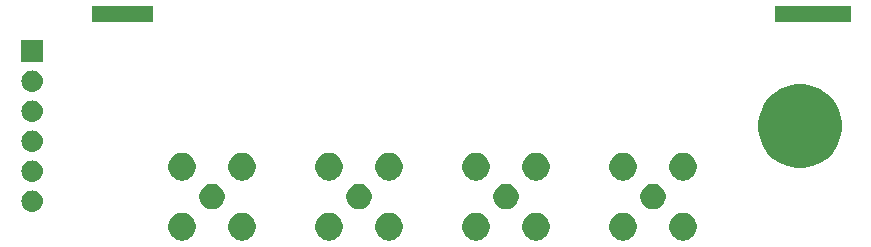
<source format=gbr>
G04 #@! TF.GenerationSoftware,KiCad,Pcbnew,5.1.4-e60b266~84~ubuntu18.04.1*
G04 #@! TF.CreationDate,2019-08-27T23:59:40+10:00*
G04 #@! TF.ProjectId,CMOS-50R,434d4f53-2d35-4305-922e-6b696361645f,rev?*
G04 #@! TF.SameCoordinates,Original*
G04 #@! TF.FileFunction,Soldermask,Bot*
G04 #@! TF.FilePolarity,Negative*
%FSLAX46Y46*%
G04 Gerber Fmt 4.6, Leading zero omitted, Abs format (unit mm)*
G04 Created by KiCad (PCBNEW 5.1.4-e60b266~84~ubuntu18.04.1) date 2019-08-27 23:59:40*
%MOMM*%
%LPD*%
G04 APERTURE LIST*
%ADD10C,0.100000*%
G04 APERTURE END LIST*
D10*
G36*
X147955000Y-57150000D02*
G01*
X141605000Y-57150000D01*
X141605000Y-55880000D01*
X147955000Y-55880000D01*
X147955000Y-57150000D01*
G37*
X147955000Y-57150000D02*
X141605000Y-57150000D01*
X141605000Y-55880000D01*
X147955000Y-55880000D01*
X147955000Y-57150000D01*
G36*
X88900000Y-57150000D02*
G01*
X83820000Y-57150000D01*
X83820000Y-55880000D01*
X88900000Y-55880000D01*
X88900000Y-57150000D01*
G37*
X88900000Y-57150000D02*
X83820000Y-57150000D01*
X83820000Y-55880000D01*
X88900000Y-55880000D01*
X88900000Y-57150000D01*
G36*
X134049560Y-73388064D02*
G01*
X134201027Y-73418193D01*
X134415045Y-73506842D01*
X134415046Y-73506843D01*
X134607654Y-73635539D01*
X134771461Y-73799346D01*
X134857258Y-73927751D01*
X134900158Y-73991955D01*
X134988807Y-74205973D01*
X135034000Y-74433174D01*
X135034000Y-74664826D01*
X134988807Y-74892027D01*
X134900158Y-75106045D01*
X134900157Y-75106046D01*
X134771461Y-75298654D01*
X134607654Y-75462461D01*
X134479249Y-75548258D01*
X134415045Y-75591158D01*
X134201027Y-75679807D01*
X134049560Y-75709936D01*
X133973827Y-75725000D01*
X133742173Y-75725000D01*
X133666440Y-75709936D01*
X133514973Y-75679807D01*
X133300955Y-75591158D01*
X133236751Y-75548258D01*
X133108346Y-75462461D01*
X132944539Y-75298654D01*
X132815843Y-75106046D01*
X132815842Y-75106045D01*
X132727193Y-74892027D01*
X132682000Y-74664826D01*
X132682000Y-74433174D01*
X132727193Y-74205973D01*
X132815842Y-73991955D01*
X132858742Y-73927751D01*
X132944539Y-73799346D01*
X133108346Y-73635539D01*
X133300954Y-73506843D01*
X133300955Y-73506842D01*
X133514973Y-73418193D01*
X133666440Y-73388064D01*
X133742173Y-73373000D01*
X133973827Y-73373000D01*
X134049560Y-73388064D01*
X134049560Y-73388064D01*
G37*
G36*
X121603560Y-73388064D02*
G01*
X121755027Y-73418193D01*
X121969045Y-73506842D01*
X121969046Y-73506843D01*
X122161654Y-73635539D01*
X122325461Y-73799346D01*
X122411258Y-73927751D01*
X122454158Y-73991955D01*
X122542807Y-74205973D01*
X122588000Y-74433174D01*
X122588000Y-74664826D01*
X122542807Y-74892027D01*
X122454158Y-75106045D01*
X122454157Y-75106046D01*
X122325461Y-75298654D01*
X122161654Y-75462461D01*
X122033249Y-75548258D01*
X121969045Y-75591158D01*
X121755027Y-75679807D01*
X121603560Y-75709936D01*
X121527827Y-75725000D01*
X121296173Y-75725000D01*
X121220440Y-75709936D01*
X121068973Y-75679807D01*
X120854955Y-75591158D01*
X120790751Y-75548258D01*
X120662346Y-75462461D01*
X120498539Y-75298654D01*
X120369843Y-75106046D01*
X120369842Y-75106045D01*
X120281193Y-74892027D01*
X120236000Y-74664826D01*
X120236000Y-74433174D01*
X120281193Y-74205973D01*
X120369842Y-73991955D01*
X120412742Y-73927751D01*
X120498539Y-73799346D01*
X120662346Y-73635539D01*
X120854954Y-73506843D01*
X120854955Y-73506842D01*
X121068973Y-73418193D01*
X121220440Y-73388064D01*
X121296173Y-73373000D01*
X121527827Y-73373000D01*
X121603560Y-73388064D01*
X121603560Y-73388064D01*
G37*
G36*
X116523560Y-73388064D02*
G01*
X116675027Y-73418193D01*
X116889045Y-73506842D01*
X116889046Y-73506843D01*
X117081654Y-73635539D01*
X117245461Y-73799346D01*
X117331258Y-73927751D01*
X117374158Y-73991955D01*
X117462807Y-74205973D01*
X117508000Y-74433174D01*
X117508000Y-74664826D01*
X117462807Y-74892027D01*
X117374158Y-75106045D01*
X117374157Y-75106046D01*
X117245461Y-75298654D01*
X117081654Y-75462461D01*
X116953249Y-75548258D01*
X116889045Y-75591158D01*
X116675027Y-75679807D01*
X116523560Y-75709936D01*
X116447827Y-75725000D01*
X116216173Y-75725000D01*
X116140440Y-75709936D01*
X115988973Y-75679807D01*
X115774955Y-75591158D01*
X115710751Y-75548258D01*
X115582346Y-75462461D01*
X115418539Y-75298654D01*
X115289843Y-75106046D01*
X115289842Y-75106045D01*
X115201193Y-74892027D01*
X115156000Y-74664826D01*
X115156000Y-74433174D01*
X115201193Y-74205973D01*
X115289842Y-73991955D01*
X115332742Y-73927751D01*
X115418539Y-73799346D01*
X115582346Y-73635539D01*
X115774954Y-73506843D01*
X115774955Y-73506842D01*
X115988973Y-73418193D01*
X116140440Y-73388064D01*
X116216173Y-73373000D01*
X116447827Y-73373000D01*
X116523560Y-73388064D01*
X116523560Y-73388064D01*
G37*
G36*
X109157560Y-73388064D02*
G01*
X109309027Y-73418193D01*
X109523045Y-73506842D01*
X109523046Y-73506843D01*
X109715654Y-73635539D01*
X109879461Y-73799346D01*
X109965258Y-73927751D01*
X110008158Y-73991955D01*
X110096807Y-74205973D01*
X110142000Y-74433174D01*
X110142000Y-74664826D01*
X110096807Y-74892027D01*
X110008158Y-75106045D01*
X110008157Y-75106046D01*
X109879461Y-75298654D01*
X109715654Y-75462461D01*
X109587249Y-75548258D01*
X109523045Y-75591158D01*
X109309027Y-75679807D01*
X109157560Y-75709936D01*
X109081827Y-75725000D01*
X108850173Y-75725000D01*
X108774440Y-75709936D01*
X108622973Y-75679807D01*
X108408955Y-75591158D01*
X108344751Y-75548258D01*
X108216346Y-75462461D01*
X108052539Y-75298654D01*
X107923843Y-75106046D01*
X107923842Y-75106045D01*
X107835193Y-74892027D01*
X107790000Y-74664826D01*
X107790000Y-74433174D01*
X107835193Y-74205973D01*
X107923842Y-73991955D01*
X107966742Y-73927751D01*
X108052539Y-73799346D01*
X108216346Y-73635539D01*
X108408954Y-73506843D01*
X108408955Y-73506842D01*
X108622973Y-73418193D01*
X108774440Y-73388064D01*
X108850173Y-73373000D01*
X109081827Y-73373000D01*
X109157560Y-73388064D01*
X109157560Y-73388064D01*
G37*
G36*
X104077560Y-73388064D02*
G01*
X104229027Y-73418193D01*
X104443045Y-73506842D01*
X104443046Y-73506843D01*
X104635654Y-73635539D01*
X104799461Y-73799346D01*
X104885258Y-73927751D01*
X104928158Y-73991955D01*
X105016807Y-74205973D01*
X105062000Y-74433174D01*
X105062000Y-74664826D01*
X105016807Y-74892027D01*
X104928158Y-75106045D01*
X104928157Y-75106046D01*
X104799461Y-75298654D01*
X104635654Y-75462461D01*
X104507249Y-75548258D01*
X104443045Y-75591158D01*
X104229027Y-75679807D01*
X104077560Y-75709936D01*
X104001827Y-75725000D01*
X103770173Y-75725000D01*
X103694440Y-75709936D01*
X103542973Y-75679807D01*
X103328955Y-75591158D01*
X103264751Y-75548258D01*
X103136346Y-75462461D01*
X102972539Y-75298654D01*
X102843843Y-75106046D01*
X102843842Y-75106045D01*
X102755193Y-74892027D01*
X102710000Y-74664826D01*
X102710000Y-74433174D01*
X102755193Y-74205973D01*
X102843842Y-73991955D01*
X102886742Y-73927751D01*
X102972539Y-73799346D01*
X103136346Y-73635539D01*
X103328954Y-73506843D01*
X103328955Y-73506842D01*
X103542973Y-73418193D01*
X103694440Y-73388064D01*
X103770173Y-73373000D01*
X104001827Y-73373000D01*
X104077560Y-73388064D01*
X104077560Y-73388064D01*
G37*
G36*
X96711560Y-73388064D02*
G01*
X96863027Y-73418193D01*
X97077045Y-73506842D01*
X97077046Y-73506843D01*
X97269654Y-73635539D01*
X97433461Y-73799346D01*
X97519258Y-73927751D01*
X97562158Y-73991955D01*
X97650807Y-74205973D01*
X97696000Y-74433174D01*
X97696000Y-74664826D01*
X97650807Y-74892027D01*
X97562158Y-75106045D01*
X97562157Y-75106046D01*
X97433461Y-75298654D01*
X97269654Y-75462461D01*
X97141249Y-75548258D01*
X97077045Y-75591158D01*
X96863027Y-75679807D01*
X96711560Y-75709936D01*
X96635827Y-75725000D01*
X96404173Y-75725000D01*
X96328440Y-75709936D01*
X96176973Y-75679807D01*
X95962955Y-75591158D01*
X95898751Y-75548258D01*
X95770346Y-75462461D01*
X95606539Y-75298654D01*
X95477843Y-75106046D01*
X95477842Y-75106045D01*
X95389193Y-74892027D01*
X95344000Y-74664826D01*
X95344000Y-74433174D01*
X95389193Y-74205973D01*
X95477842Y-73991955D01*
X95520742Y-73927751D01*
X95606539Y-73799346D01*
X95770346Y-73635539D01*
X95962954Y-73506843D01*
X95962955Y-73506842D01*
X96176973Y-73418193D01*
X96328440Y-73388064D01*
X96404173Y-73373000D01*
X96635827Y-73373000D01*
X96711560Y-73388064D01*
X96711560Y-73388064D01*
G37*
G36*
X91631560Y-73388064D02*
G01*
X91783027Y-73418193D01*
X91997045Y-73506842D01*
X91997046Y-73506843D01*
X92189654Y-73635539D01*
X92353461Y-73799346D01*
X92439258Y-73927751D01*
X92482158Y-73991955D01*
X92570807Y-74205973D01*
X92616000Y-74433174D01*
X92616000Y-74664826D01*
X92570807Y-74892027D01*
X92482158Y-75106045D01*
X92482157Y-75106046D01*
X92353461Y-75298654D01*
X92189654Y-75462461D01*
X92061249Y-75548258D01*
X91997045Y-75591158D01*
X91783027Y-75679807D01*
X91631560Y-75709936D01*
X91555827Y-75725000D01*
X91324173Y-75725000D01*
X91248440Y-75709936D01*
X91096973Y-75679807D01*
X90882955Y-75591158D01*
X90818751Y-75548258D01*
X90690346Y-75462461D01*
X90526539Y-75298654D01*
X90397843Y-75106046D01*
X90397842Y-75106045D01*
X90309193Y-74892027D01*
X90264000Y-74664826D01*
X90264000Y-74433174D01*
X90309193Y-74205973D01*
X90397842Y-73991955D01*
X90440742Y-73927751D01*
X90526539Y-73799346D01*
X90690346Y-73635539D01*
X90882954Y-73506843D01*
X90882955Y-73506842D01*
X91096973Y-73418193D01*
X91248440Y-73388064D01*
X91324173Y-73373000D01*
X91555827Y-73373000D01*
X91631560Y-73388064D01*
X91631560Y-73388064D01*
G37*
G36*
X128969560Y-73388064D02*
G01*
X129121027Y-73418193D01*
X129335045Y-73506842D01*
X129335046Y-73506843D01*
X129527654Y-73635539D01*
X129691461Y-73799346D01*
X129777258Y-73927751D01*
X129820158Y-73991955D01*
X129908807Y-74205973D01*
X129954000Y-74433174D01*
X129954000Y-74664826D01*
X129908807Y-74892027D01*
X129820158Y-75106045D01*
X129820157Y-75106046D01*
X129691461Y-75298654D01*
X129527654Y-75462461D01*
X129399249Y-75548258D01*
X129335045Y-75591158D01*
X129121027Y-75679807D01*
X128969560Y-75709936D01*
X128893827Y-75725000D01*
X128662173Y-75725000D01*
X128586440Y-75709936D01*
X128434973Y-75679807D01*
X128220955Y-75591158D01*
X128156751Y-75548258D01*
X128028346Y-75462461D01*
X127864539Y-75298654D01*
X127735843Y-75106046D01*
X127735842Y-75106045D01*
X127647193Y-74892027D01*
X127602000Y-74664826D01*
X127602000Y-74433174D01*
X127647193Y-74205973D01*
X127735842Y-73991955D01*
X127778742Y-73927751D01*
X127864539Y-73799346D01*
X128028346Y-73635539D01*
X128220954Y-73506843D01*
X128220955Y-73506842D01*
X128434973Y-73418193D01*
X128586440Y-73388064D01*
X128662173Y-73373000D01*
X128893827Y-73373000D01*
X128969560Y-73388064D01*
X128969560Y-73388064D01*
G37*
G36*
X78850443Y-71495519D02*
G01*
X78916627Y-71502037D01*
X79086466Y-71553557D01*
X79242991Y-71637222D01*
X79278729Y-71666552D01*
X79380186Y-71749814D01*
X79463448Y-71851271D01*
X79492778Y-71887009D01*
X79576443Y-72043534D01*
X79627963Y-72213373D01*
X79645359Y-72390000D01*
X79627963Y-72566627D01*
X79576443Y-72736466D01*
X79492778Y-72892991D01*
X79463448Y-72928729D01*
X79380186Y-73030186D01*
X79278729Y-73113448D01*
X79242991Y-73142778D01*
X79086466Y-73226443D01*
X78916627Y-73277963D01*
X78850443Y-73284481D01*
X78784260Y-73291000D01*
X78695740Y-73291000D01*
X78629557Y-73284481D01*
X78563373Y-73277963D01*
X78393534Y-73226443D01*
X78237009Y-73142778D01*
X78201271Y-73113448D01*
X78099814Y-73030186D01*
X78016552Y-72928729D01*
X77987222Y-72892991D01*
X77903557Y-72736466D01*
X77852037Y-72566627D01*
X77834641Y-72390000D01*
X77852037Y-72213373D01*
X77903557Y-72043534D01*
X77987222Y-71887009D01*
X78016552Y-71851271D01*
X78099814Y-71749814D01*
X78201271Y-71666552D01*
X78237009Y-71637222D01*
X78393534Y-71553557D01*
X78563373Y-71502037D01*
X78629557Y-71495519D01*
X78695740Y-71489000D01*
X78784260Y-71489000D01*
X78850443Y-71495519D01*
X78850443Y-71495519D01*
G37*
G36*
X106601271Y-70946783D02*
G01*
X106739858Y-70974350D01*
X106935677Y-71055461D01*
X107111910Y-71173216D01*
X107261784Y-71323090D01*
X107379539Y-71499323D01*
X107460650Y-71695142D01*
X107502000Y-71903023D01*
X107502000Y-72114977D01*
X107460650Y-72322858D01*
X107379539Y-72518677D01*
X107261784Y-72694910D01*
X107111910Y-72844784D01*
X106935677Y-72962539D01*
X106739858Y-73043650D01*
X106601271Y-73071217D01*
X106531978Y-73085000D01*
X106320022Y-73085000D01*
X106250729Y-73071217D01*
X106112142Y-73043650D01*
X105916323Y-72962539D01*
X105740090Y-72844784D01*
X105590216Y-72694910D01*
X105472461Y-72518677D01*
X105391350Y-72322858D01*
X105350000Y-72114977D01*
X105350000Y-71903023D01*
X105391350Y-71695142D01*
X105472461Y-71499323D01*
X105590216Y-71323090D01*
X105740090Y-71173216D01*
X105916323Y-71055461D01*
X106112142Y-70974350D01*
X106250729Y-70946783D01*
X106320022Y-70933000D01*
X106531978Y-70933000D01*
X106601271Y-70946783D01*
X106601271Y-70946783D01*
G37*
G36*
X119047271Y-70946783D02*
G01*
X119185858Y-70974350D01*
X119381677Y-71055461D01*
X119557910Y-71173216D01*
X119707784Y-71323090D01*
X119825539Y-71499323D01*
X119906650Y-71695142D01*
X119948000Y-71903023D01*
X119948000Y-72114977D01*
X119906650Y-72322858D01*
X119825539Y-72518677D01*
X119707784Y-72694910D01*
X119557910Y-72844784D01*
X119381677Y-72962539D01*
X119185858Y-73043650D01*
X119047271Y-73071217D01*
X118977978Y-73085000D01*
X118766022Y-73085000D01*
X118696729Y-73071217D01*
X118558142Y-73043650D01*
X118362323Y-72962539D01*
X118186090Y-72844784D01*
X118036216Y-72694910D01*
X117918461Y-72518677D01*
X117837350Y-72322858D01*
X117796000Y-72114977D01*
X117796000Y-71903023D01*
X117837350Y-71695142D01*
X117918461Y-71499323D01*
X118036216Y-71323090D01*
X118186090Y-71173216D01*
X118362323Y-71055461D01*
X118558142Y-70974350D01*
X118696729Y-70946783D01*
X118766022Y-70933000D01*
X118977978Y-70933000D01*
X119047271Y-70946783D01*
X119047271Y-70946783D01*
G37*
G36*
X131493271Y-70946783D02*
G01*
X131631858Y-70974350D01*
X131827677Y-71055461D01*
X132003910Y-71173216D01*
X132153784Y-71323090D01*
X132271539Y-71499323D01*
X132352650Y-71695142D01*
X132394000Y-71903023D01*
X132394000Y-72114977D01*
X132352650Y-72322858D01*
X132271539Y-72518677D01*
X132153784Y-72694910D01*
X132003910Y-72844784D01*
X131827677Y-72962539D01*
X131631858Y-73043650D01*
X131493271Y-73071217D01*
X131423978Y-73085000D01*
X131212022Y-73085000D01*
X131142729Y-73071217D01*
X131004142Y-73043650D01*
X130808323Y-72962539D01*
X130632090Y-72844784D01*
X130482216Y-72694910D01*
X130364461Y-72518677D01*
X130283350Y-72322858D01*
X130242000Y-72114977D01*
X130242000Y-71903023D01*
X130283350Y-71695142D01*
X130364461Y-71499323D01*
X130482216Y-71323090D01*
X130632090Y-71173216D01*
X130808323Y-71055461D01*
X131004142Y-70974350D01*
X131142729Y-70946783D01*
X131212022Y-70933000D01*
X131423978Y-70933000D01*
X131493271Y-70946783D01*
X131493271Y-70946783D01*
G37*
G36*
X94155271Y-70946783D02*
G01*
X94293858Y-70974350D01*
X94489677Y-71055461D01*
X94665910Y-71173216D01*
X94815784Y-71323090D01*
X94933539Y-71499323D01*
X95014650Y-71695142D01*
X95056000Y-71903023D01*
X95056000Y-72114977D01*
X95014650Y-72322858D01*
X94933539Y-72518677D01*
X94815784Y-72694910D01*
X94665910Y-72844784D01*
X94489677Y-72962539D01*
X94293858Y-73043650D01*
X94155271Y-73071217D01*
X94085978Y-73085000D01*
X93874022Y-73085000D01*
X93804729Y-73071217D01*
X93666142Y-73043650D01*
X93470323Y-72962539D01*
X93294090Y-72844784D01*
X93144216Y-72694910D01*
X93026461Y-72518677D01*
X92945350Y-72322858D01*
X92904000Y-72114977D01*
X92904000Y-71903023D01*
X92945350Y-71695142D01*
X93026461Y-71499323D01*
X93144216Y-71323090D01*
X93294090Y-71173216D01*
X93470323Y-71055461D01*
X93666142Y-70974350D01*
X93804729Y-70946783D01*
X93874022Y-70933000D01*
X94085978Y-70933000D01*
X94155271Y-70946783D01*
X94155271Y-70946783D01*
G37*
G36*
X78850443Y-68955519D02*
G01*
X78916627Y-68962037D01*
X79086466Y-69013557D01*
X79242991Y-69097222D01*
X79265872Y-69116000D01*
X79380186Y-69209814D01*
X79463448Y-69311271D01*
X79492778Y-69347009D01*
X79576443Y-69503534D01*
X79627963Y-69673373D01*
X79645359Y-69850000D01*
X79627963Y-70026627D01*
X79576443Y-70196466D01*
X79492778Y-70352991D01*
X79468594Y-70382459D01*
X79380186Y-70490186D01*
X79278729Y-70573448D01*
X79242991Y-70602778D01*
X79086466Y-70686443D01*
X78916627Y-70737963D01*
X78850443Y-70744481D01*
X78784260Y-70751000D01*
X78695740Y-70751000D01*
X78629557Y-70744481D01*
X78563373Y-70737963D01*
X78393534Y-70686443D01*
X78237009Y-70602778D01*
X78201271Y-70573448D01*
X78099814Y-70490186D01*
X78011406Y-70382459D01*
X77987222Y-70352991D01*
X77903557Y-70196466D01*
X77852037Y-70026627D01*
X77834641Y-69850000D01*
X77852037Y-69673373D01*
X77903557Y-69503534D01*
X77987222Y-69347009D01*
X78016552Y-69311271D01*
X78099814Y-69209814D01*
X78214128Y-69116000D01*
X78237009Y-69097222D01*
X78393534Y-69013557D01*
X78563373Y-68962037D01*
X78629557Y-68955519D01*
X78695740Y-68949000D01*
X78784260Y-68949000D01*
X78850443Y-68955519D01*
X78850443Y-68955519D01*
G37*
G36*
X134027267Y-68303630D02*
G01*
X134201027Y-68338193D01*
X134415045Y-68426842D01*
X134415046Y-68426843D01*
X134607654Y-68555539D01*
X134771461Y-68719346D01*
X134823048Y-68796552D01*
X134900158Y-68911955D01*
X134988807Y-69125973D01*
X135034000Y-69353174D01*
X135034000Y-69584826D01*
X134988807Y-69812027D01*
X134900158Y-70026045D01*
X134900157Y-70026046D01*
X134771461Y-70218654D01*
X134607654Y-70382461D01*
X134479249Y-70468258D01*
X134415045Y-70511158D01*
X134201027Y-70599807D01*
X134049560Y-70629936D01*
X133973827Y-70645000D01*
X133742173Y-70645000D01*
X133666440Y-70629936D01*
X133514973Y-70599807D01*
X133300955Y-70511158D01*
X133236751Y-70468258D01*
X133108346Y-70382461D01*
X132944539Y-70218654D01*
X132815843Y-70026046D01*
X132815842Y-70026045D01*
X132727193Y-69812027D01*
X132682000Y-69584826D01*
X132682000Y-69353174D01*
X132727193Y-69125973D01*
X132815842Y-68911955D01*
X132892952Y-68796552D01*
X132944539Y-68719346D01*
X133108346Y-68555539D01*
X133300954Y-68426843D01*
X133300955Y-68426842D01*
X133514973Y-68338193D01*
X133688733Y-68303630D01*
X133742173Y-68293000D01*
X133973827Y-68293000D01*
X134027267Y-68303630D01*
X134027267Y-68303630D01*
G37*
G36*
X128947267Y-68303630D02*
G01*
X129121027Y-68338193D01*
X129335045Y-68426842D01*
X129335046Y-68426843D01*
X129527654Y-68555539D01*
X129691461Y-68719346D01*
X129743048Y-68796552D01*
X129820158Y-68911955D01*
X129908807Y-69125973D01*
X129954000Y-69353174D01*
X129954000Y-69584826D01*
X129908807Y-69812027D01*
X129820158Y-70026045D01*
X129820157Y-70026046D01*
X129691461Y-70218654D01*
X129527654Y-70382461D01*
X129399249Y-70468258D01*
X129335045Y-70511158D01*
X129121027Y-70599807D01*
X128969560Y-70629936D01*
X128893827Y-70645000D01*
X128662173Y-70645000D01*
X128586440Y-70629936D01*
X128434973Y-70599807D01*
X128220955Y-70511158D01*
X128156751Y-70468258D01*
X128028346Y-70382461D01*
X127864539Y-70218654D01*
X127735843Y-70026046D01*
X127735842Y-70026045D01*
X127647193Y-69812027D01*
X127602000Y-69584826D01*
X127602000Y-69353174D01*
X127647193Y-69125973D01*
X127735842Y-68911955D01*
X127812952Y-68796552D01*
X127864539Y-68719346D01*
X128028346Y-68555539D01*
X128220954Y-68426843D01*
X128220955Y-68426842D01*
X128434973Y-68338193D01*
X128608733Y-68303630D01*
X128662173Y-68293000D01*
X128893827Y-68293000D01*
X128947267Y-68303630D01*
X128947267Y-68303630D01*
G37*
G36*
X96689267Y-68303630D02*
G01*
X96863027Y-68338193D01*
X97077045Y-68426842D01*
X97077046Y-68426843D01*
X97269654Y-68555539D01*
X97433461Y-68719346D01*
X97485048Y-68796552D01*
X97562158Y-68911955D01*
X97650807Y-69125973D01*
X97696000Y-69353174D01*
X97696000Y-69584826D01*
X97650807Y-69812027D01*
X97562158Y-70026045D01*
X97562157Y-70026046D01*
X97433461Y-70218654D01*
X97269654Y-70382461D01*
X97141249Y-70468258D01*
X97077045Y-70511158D01*
X96863027Y-70599807D01*
X96711560Y-70629936D01*
X96635827Y-70645000D01*
X96404173Y-70645000D01*
X96328440Y-70629936D01*
X96176973Y-70599807D01*
X95962955Y-70511158D01*
X95898751Y-70468258D01*
X95770346Y-70382461D01*
X95606539Y-70218654D01*
X95477843Y-70026046D01*
X95477842Y-70026045D01*
X95389193Y-69812027D01*
X95344000Y-69584826D01*
X95344000Y-69353174D01*
X95389193Y-69125973D01*
X95477842Y-68911955D01*
X95554952Y-68796552D01*
X95606539Y-68719346D01*
X95770346Y-68555539D01*
X95962954Y-68426843D01*
X95962955Y-68426842D01*
X96176973Y-68338193D01*
X96350733Y-68303630D01*
X96404173Y-68293000D01*
X96635827Y-68293000D01*
X96689267Y-68303630D01*
X96689267Y-68303630D01*
G37*
G36*
X104055267Y-68303630D02*
G01*
X104229027Y-68338193D01*
X104443045Y-68426842D01*
X104443046Y-68426843D01*
X104635654Y-68555539D01*
X104799461Y-68719346D01*
X104851048Y-68796552D01*
X104928158Y-68911955D01*
X105016807Y-69125973D01*
X105062000Y-69353174D01*
X105062000Y-69584826D01*
X105016807Y-69812027D01*
X104928158Y-70026045D01*
X104928157Y-70026046D01*
X104799461Y-70218654D01*
X104635654Y-70382461D01*
X104507249Y-70468258D01*
X104443045Y-70511158D01*
X104229027Y-70599807D01*
X104077560Y-70629936D01*
X104001827Y-70645000D01*
X103770173Y-70645000D01*
X103694440Y-70629936D01*
X103542973Y-70599807D01*
X103328955Y-70511158D01*
X103264751Y-70468258D01*
X103136346Y-70382461D01*
X102972539Y-70218654D01*
X102843843Y-70026046D01*
X102843842Y-70026045D01*
X102755193Y-69812027D01*
X102710000Y-69584826D01*
X102710000Y-69353174D01*
X102755193Y-69125973D01*
X102843842Y-68911955D01*
X102920952Y-68796552D01*
X102972539Y-68719346D01*
X103136346Y-68555539D01*
X103328954Y-68426843D01*
X103328955Y-68426842D01*
X103542973Y-68338193D01*
X103716733Y-68303630D01*
X103770173Y-68293000D01*
X104001827Y-68293000D01*
X104055267Y-68303630D01*
X104055267Y-68303630D01*
G37*
G36*
X109135267Y-68303630D02*
G01*
X109309027Y-68338193D01*
X109523045Y-68426842D01*
X109523046Y-68426843D01*
X109715654Y-68555539D01*
X109879461Y-68719346D01*
X109931048Y-68796552D01*
X110008158Y-68911955D01*
X110096807Y-69125973D01*
X110142000Y-69353174D01*
X110142000Y-69584826D01*
X110096807Y-69812027D01*
X110008158Y-70026045D01*
X110008157Y-70026046D01*
X109879461Y-70218654D01*
X109715654Y-70382461D01*
X109587249Y-70468258D01*
X109523045Y-70511158D01*
X109309027Y-70599807D01*
X109157560Y-70629936D01*
X109081827Y-70645000D01*
X108850173Y-70645000D01*
X108774440Y-70629936D01*
X108622973Y-70599807D01*
X108408955Y-70511158D01*
X108344751Y-70468258D01*
X108216346Y-70382461D01*
X108052539Y-70218654D01*
X107923843Y-70026046D01*
X107923842Y-70026045D01*
X107835193Y-69812027D01*
X107790000Y-69584826D01*
X107790000Y-69353174D01*
X107835193Y-69125973D01*
X107923842Y-68911955D01*
X108000952Y-68796552D01*
X108052539Y-68719346D01*
X108216346Y-68555539D01*
X108408954Y-68426843D01*
X108408955Y-68426842D01*
X108622973Y-68338193D01*
X108796733Y-68303630D01*
X108850173Y-68293000D01*
X109081827Y-68293000D01*
X109135267Y-68303630D01*
X109135267Y-68303630D01*
G37*
G36*
X116501267Y-68303630D02*
G01*
X116675027Y-68338193D01*
X116889045Y-68426842D01*
X116889046Y-68426843D01*
X117081654Y-68555539D01*
X117245461Y-68719346D01*
X117297048Y-68796552D01*
X117374158Y-68911955D01*
X117462807Y-69125973D01*
X117508000Y-69353174D01*
X117508000Y-69584826D01*
X117462807Y-69812027D01*
X117374158Y-70026045D01*
X117374157Y-70026046D01*
X117245461Y-70218654D01*
X117081654Y-70382461D01*
X116953249Y-70468258D01*
X116889045Y-70511158D01*
X116675027Y-70599807D01*
X116523560Y-70629936D01*
X116447827Y-70645000D01*
X116216173Y-70645000D01*
X116140440Y-70629936D01*
X115988973Y-70599807D01*
X115774955Y-70511158D01*
X115710751Y-70468258D01*
X115582346Y-70382461D01*
X115418539Y-70218654D01*
X115289843Y-70026046D01*
X115289842Y-70026045D01*
X115201193Y-69812027D01*
X115156000Y-69584826D01*
X115156000Y-69353174D01*
X115201193Y-69125973D01*
X115289842Y-68911955D01*
X115366952Y-68796552D01*
X115418539Y-68719346D01*
X115582346Y-68555539D01*
X115774954Y-68426843D01*
X115774955Y-68426842D01*
X115988973Y-68338193D01*
X116162733Y-68303630D01*
X116216173Y-68293000D01*
X116447827Y-68293000D01*
X116501267Y-68303630D01*
X116501267Y-68303630D01*
G37*
G36*
X121581267Y-68303630D02*
G01*
X121755027Y-68338193D01*
X121969045Y-68426842D01*
X121969046Y-68426843D01*
X122161654Y-68555539D01*
X122325461Y-68719346D01*
X122377048Y-68796552D01*
X122454158Y-68911955D01*
X122542807Y-69125973D01*
X122588000Y-69353174D01*
X122588000Y-69584826D01*
X122542807Y-69812027D01*
X122454158Y-70026045D01*
X122454157Y-70026046D01*
X122325461Y-70218654D01*
X122161654Y-70382461D01*
X122033249Y-70468258D01*
X121969045Y-70511158D01*
X121755027Y-70599807D01*
X121603560Y-70629936D01*
X121527827Y-70645000D01*
X121296173Y-70645000D01*
X121220440Y-70629936D01*
X121068973Y-70599807D01*
X120854955Y-70511158D01*
X120790751Y-70468258D01*
X120662346Y-70382461D01*
X120498539Y-70218654D01*
X120369843Y-70026046D01*
X120369842Y-70026045D01*
X120281193Y-69812027D01*
X120236000Y-69584826D01*
X120236000Y-69353174D01*
X120281193Y-69125973D01*
X120369842Y-68911955D01*
X120446952Y-68796552D01*
X120498539Y-68719346D01*
X120662346Y-68555539D01*
X120854954Y-68426843D01*
X120854955Y-68426842D01*
X121068973Y-68338193D01*
X121242733Y-68303630D01*
X121296173Y-68293000D01*
X121527827Y-68293000D01*
X121581267Y-68303630D01*
X121581267Y-68303630D01*
G37*
G36*
X91609267Y-68303630D02*
G01*
X91783027Y-68338193D01*
X91997045Y-68426842D01*
X91997046Y-68426843D01*
X92189654Y-68555539D01*
X92353461Y-68719346D01*
X92405048Y-68796552D01*
X92482158Y-68911955D01*
X92570807Y-69125973D01*
X92616000Y-69353174D01*
X92616000Y-69584826D01*
X92570807Y-69812027D01*
X92482158Y-70026045D01*
X92482157Y-70026046D01*
X92353461Y-70218654D01*
X92189654Y-70382461D01*
X92061249Y-70468258D01*
X91997045Y-70511158D01*
X91783027Y-70599807D01*
X91631560Y-70629936D01*
X91555827Y-70645000D01*
X91324173Y-70645000D01*
X91248440Y-70629936D01*
X91096973Y-70599807D01*
X90882955Y-70511158D01*
X90818751Y-70468258D01*
X90690346Y-70382461D01*
X90526539Y-70218654D01*
X90397843Y-70026046D01*
X90397842Y-70026045D01*
X90309193Y-69812027D01*
X90264000Y-69584826D01*
X90264000Y-69353174D01*
X90309193Y-69125973D01*
X90397842Y-68911955D01*
X90474952Y-68796552D01*
X90526539Y-68719346D01*
X90690346Y-68555539D01*
X90882954Y-68426843D01*
X90882955Y-68426842D01*
X91096973Y-68338193D01*
X91270733Y-68303630D01*
X91324173Y-68293000D01*
X91555827Y-68293000D01*
X91609267Y-68303630D01*
X91609267Y-68303630D01*
G37*
G36*
X144799787Y-62625462D02*
G01*
X144799790Y-62625463D01*
X144799789Y-62625463D01*
X145446029Y-62893144D01*
X146027631Y-63281758D01*
X146522242Y-63776369D01*
X146910856Y-64357971D01*
X147025541Y-64634845D01*
X147178538Y-65004213D01*
X147315000Y-65690256D01*
X147315000Y-66389744D01*
X147178538Y-67075787D01*
X147178537Y-67075789D01*
X146910856Y-67722029D01*
X146522242Y-68303631D01*
X146027631Y-68798242D01*
X145446029Y-69186856D01*
X145059385Y-69347009D01*
X144799787Y-69454538D01*
X144113744Y-69591000D01*
X143414256Y-69591000D01*
X142728213Y-69454538D01*
X142468615Y-69347009D01*
X142081971Y-69186856D01*
X141500369Y-68798242D01*
X141005758Y-68303631D01*
X140617144Y-67722029D01*
X140349463Y-67075789D01*
X140349462Y-67075787D01*
X140213000Y-66389744D01*
X140213000Y-65690256D01*
X140349462Y-65004213D01*
X140502459Y-64634845D01*
X140617144Y-64357971D01*
X141005758Y-63776369D01*
X141500369Y-63281758D01*
X142081971Y-62893144D01*
X142728211Y-62625463D01*
X142728210Y-62625463D01*
X142728213Y-62625462D01*
X143414256Y-62489000D01*
X144113744Y-62489000D01*
X144799787Y-62625462D01*
X144799787Y-62625462D01*
G37*
G36*
X78850443Y-66415519D02*
G01*
X78916627Y-66422037D01*
X79086466Y-66473557D01*
X79242991Y-66557222D01*
X79278729Y-66586552D01*
X79380186Y-66669814D01*
X79463448Y-66771271D01*
X79492778Y-66807009D01*
X79576443Y-66963534D01*
X79627963Y-67133373D01*
X79645359Y-67310000D01*
X79627963Y-67486627D01*
X79576443Y-67656466D01*
X79492778Y-67812991D01*
X79463448Y-67848729D01*
X79380186Y-67950186D01*
X79285725Y-68027707D01*
X79242991Y-68062778D01*
X79086466Y-68146443D01*
X78916627Y-68197963D01*
X78850443Y-68204481D01*
X78784260Y-68211000D01*
X78695740Y-68211000D01*
X78629557Y-68204481D01*
X78563373Y-68197963D01*
X78393534Y-68146443D01*
X78237009Y-68062778D01*
X78194275Y-68027707D01*
X78099814Y-67950186D01*
X78016552Y-67848729D01*
X77987222Y-67812991D01*
X77903557Y-67656466D01*
X77852037Y-67486627D01*
X77834641Y-67310000D01*
X77852037Y-67133373D01*
X77903557Y-66963534D01*
X77987222Y-66807009D01*
X78016552Y-66771271D01*
X78099814Y-66669814D01*
X78201271Y-66586552D01*
X78237009Y-66557222D01*
X78393534Y-66473557D01*
X78563373Y-66422037D01*
X78629557Y-66415519D01*
X78695740Y-66409000D01*
X78784260Y-66409000D01*
X78850443Y-66415519D01*
X78850443Y-66415519D01*
G37*
G36*
X78850442Y-63875518D02*
G01*
X78916627Y-63882037D01*
X79086466Y-63933557D01*
X79242991Y-64017222D01*
X79278729Y-64046552D01*
X79380186Y-64129814D01*
X79460981Y-64228265D01*
X79492778Y-64267009D01*
X79576443Y-64423534D01*
X79627963Y-64593373D01*
X79645359Y-64770000D01*
X79627963Y-64946627D01*
X79576443Y-65116466D01*
X79492778Y-65272991D01*
X79463448Y-65308729D01*
X79380186Y-65410186D01*
X79278729Y-65493448D01*
X79242991Y-65522778D01*
X79086466Y-65606443D01*
X78916627Y-65657963D01*
X78850442Y-65664482D01*
X78784260Y-65671000D01*
X78695740Y-65671000D01*
X78629558Y-65664482D01*
X78563373Y-65657963D01*
X78393534Y-65606443D01*
X78237009Y-65522778D01*
X78201271Y-65493448D01*
X78099814Y-65410186D01*
X78016552Y-65308729D01*
X77987222Y-65272991D01*
X77903557Y-65116466D01*
X77852037Y-64946627D01*
X77834641Y-64770000D01*
X77852037Y-64593373D01*
X77903557Y-64423534D01*
X77987222Y-64267009D01*
X78019019Y-64228265D01*
X78099814Y-64129814D01*
X78201271Y-64046552D01*
X78237009Y-64017222D01*
X78393534Y-63933557D01*
X78563373Y-63882037D01*
X78629558Y-63875518D01*
X78695740Y-63869000D01*
X78784260Y-63869000D01*
X78850442Y-63875518D01*
X78850442Y-63875518D01*
G37*
G36*
X78850443Y-61335519D02*
G01*
X78916627Y-61342037D01*
X79086466Y-61393557D01*
X79242991Y-61477222D01*
X79278729Y-61506552D01*
X79380186Y-61589814D01*
X79463448Y-61691271D01*
X79492778Y-61727009D01*
X79576443Y-61883534D01*
X79627963Y-62053373D01*
X79645359Y-62230000D01*
X79627963Y-62406627D01*
X79576443Y-62576466D01*
X79492778Y-62732991D01*
X79463448Y-62768729D01*
X79380186Y-62870186D01*
X79278729Y-62953448D01*
X79242991Y-62982778D01*
X79086466Y-63066443D01*
X78916627Y-63117963D01*
X78850443Y-63124481D01*
X78784260Y-63131000D01*
X78695740Y-63131000D01*
X78629557Y-63124481D01*
X78563373Y-63117963D01*
X78393534Y-63066443D01*
X78237009Y-62982778D01*
X78201271Y-62953448D01*
X78099814Y-62870186D01*
X78016552Y-62768729D01*
X77987222Y-62732991D01*
X77903557Y-62576466D01*
X77852037Y-62406627D01*
X77834641Y-62230000D01*
X77852037Y-62053373D01*
X77903557Y-61883534D01*
X77987222Y-61727009D01*
X78016552Y-61691271D01*
X78099814Y-61589814D01*
X78201271Y-61506552D01*
X78237009Y-61477222D01*
X78393534Y-61393557D01*
X78563373Y-61342037D01*
X78629557Y-61335519D01*
X78695740Y-61329000D01*
X78784260Y-61329000D01*
X78850443Y-61335519D01*
X78850443Y-61335519D01*
G37*
G36*
X79641000Y-60591000D02*
G01*
X77839000Y-60591000D01*
X77839000Y-58789000D01*
X79641000Y-58789000D01*
X79641000Y-60591000D01*
X79641000Y-60591000D01*
G37*
M02*

</source>
